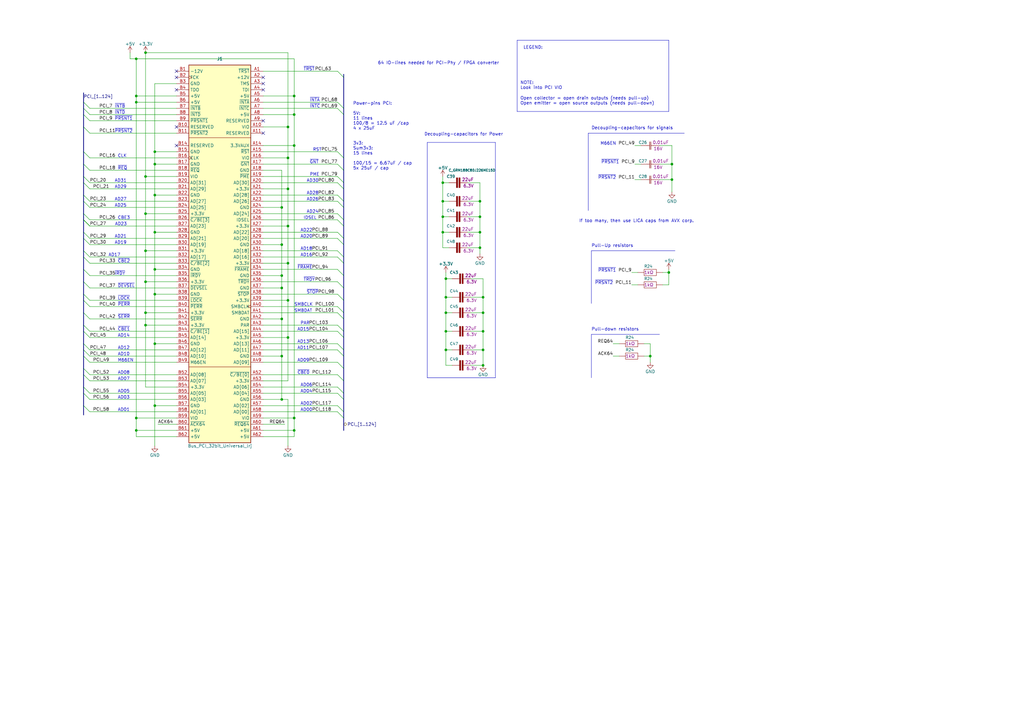
<source format=kicad_sch>
(kicad_sch (version 20230121) (generator eeschema)
  (paper "A3")
  (title_block (title "Open SVGA") (rev "0.14") (comment 1 "Copyright DoomN00b"))
  (junction (at 198.12 121.92))
  (junction (at 181.61 82.55))
  (junction (at 63.5 120.65))
  (junction (at 118.11 123.19))
  (junction (at 118.11 52.07))
  (junction (at 196.85 95.25))
  (junction (at 59.69 133.35))
  (junction (at 118.11 107.95))
  (junction (at 198.12 149.86))
  (junction (at 120.65 46.99))
  (junction (at 196.85 101.6))
  (junction (at 181.61 95.25))
  (junction (at 120.65 176.53))
  (junction (at 59.69 72.39))
  (junction (at 59.69 21.59))
  (junction (at 181.61 88.9))
  (junction (at 63.5 166.37))
  (junction (at 182.88 143.51))
  (junction (at 115.57 113.03))
  (junction (at 118.11 92.71))
  (junction (at 115.57 130.81))
  (junction (at 55.88 176.53))
  (junction (at 120.65 171.45))
  (junction (at 63.5 95.25))
  (junction (at 118.11 138.43))
  (junction (at 198.12 128.27))
  (junction (at 182.88 135.89))
  (junction (at 63.5 110.49))
  (junction (at 275.59 67.31))
  (junction (at 196.85 82.55))
  (junction (at 55.88 39.37))
  (junction (at 63.5 140.97))
  (junction (at 275.59 73.66))
  (junction (at 120.65 59.69))
  (junction (at 63.5 80.01))
  (junction (at 196.85 88.9))
  (junction (at 63.5 62.23))
  (junction (at 181.61 74.93))
  (junction (at 55.88 41.91))
  (junction (at 118.11 64.77))
  (junction (at 59.69 115.57))
  (junction (at 118.11 77.47))
  (junction (at 198.12 135.89))
  (junction (at 182.88 114.3))
  (junction (at 59.69 128.27))
  (junction (at 115.57 163.83))
  (junction (at 274.32 111.76))
  (junction (at 182.88 128.27))
  (junction (at 115.57 85.09))
  (junction (at 266.7 146.05))
  (junction (at 182.88 121.92))
  (junction (at 63.5 67.31))
  (junction (at 55.88 171.45))
  (junction (at 120.65 39.37))
  (junction (at 59.69 102.87))
  (junction (at 115.57 100.33))
  (junction (at 59.69 87.63))
  (junction (at 198.12 143.51))
  (junction (at 115.57 146.05))
  (junction (at 115.57 118.11))
  (junction (at 55.88 24.13))
  (no_connect (at 107.95 49.53))
  (no_connect (at 107.95 31.75))
  (no_connect (at 107.95 34.29))
  (no_connect (at 107.95 36.83))
  (no_connect (at 107.95 54.61))
  (no_connect (at 72.39 36.83))
  (no_connect (at 72.39 52.07))
  (no_connect (at 72.39 31.75))
  (no_connect (at 72.39 29.21))
  (no_connect (at 72.39 59.69))
  (bus_entry (at 36.83 146.05) (size -2.54 -2.54))
  (bus_entry (at 138.43 44.45) (size 2.54 2.54))
  (bus_entry (at 36.83 90.17) (size -2.54 -2.54))
  (bus_entry (at 138.43 90.17) (size 2.54 2.54))
  (bus_entry (at 34.29 67.31) (size 2.54 2.54))
  (bus_entry (at 36.83 92.71) (size -2.54 -2.54))
  (bus_entry (at 140.97 97.79) (size -2.54 -2.54))
  (bus_entry (at 36.83 163.83) (size -2.54 -2.54))
  (bus_entry (at 138.43 41.91) (size 2.54 2.54))
  (bus_entry (at 36.83 153.67) (size -2.54 -2.54))
  (bus_entry (at 36.83 138.43) (size -2.54 -2.54))
  (bus_entry (at 138.43 133.35) (size 2.54 2.54))
  (bus_entry (at 36.83 161.29) (size -2.54 -2.54))
  (bus_entry (at 36.83 125.73) (size -2.54 -2.54))
  (bus_entry (at 140.97 143.51) (size -2.54 -2.54))
  (bus_entry (at 34.29 97.79) (size 2.54 2.54))
  (bus_entry (at 34.29 46.99) (size 2.54 2.54))
  (bus_entry (at 36.83 92.71) (size -2.54 -2.54))
  (bus_entry (at 140.97 138.43) (size -2.54 -2.54))
  (bus_entry (at 36.83 143.51) (size -2.54 -2.54))
  (bus_entry (at 140.97 107.95) (size -2.54 -2.54))
  (bus_entry (at 34.29 72.39) (size 2.54 2.54))
  (bus_entry (at 140.97 171.45) (size -2.54 -2.54))
  (bus_entry (at 34.29 74.93) (size 2.54 2.54))
  (bus_entry (at 36.83 148.59) (size -2.54 -2.54))
  (bus_entry (at 34.29 44.45) (size 2.54 2.54))
  (bus_entry (at 140.97 82.55) (size -2.54 -2.54))
  (bus_entry (at 138.43 72.39) (size 2.54 2.54))
  (bus_entry (at 140.97 100.33) (size -2.54 -2.54))
  (bus_entry (at 140.97 77.47) (size -2.54 -2.54))
  (bus_entry (at 34.29 95.25) (size 2.54 2.54))
  (bus_entry (at 140.97 85.09) (size -2.54 -2.54))
  (bus_entry (at 138.43 67.31) (size 2.54 2.54))
  (bus_entry (at 36.83 113.03) (size -2.54 -2.54))
  (bus_entry (at 36.83 168.91) (size -2.54 -2.54))
  (bus_entry (at 140.97 90.17) (size -2.54 -2.54))
  (bus_entry (at 140.97 168.91) (size -2.54 -2.54))
  (bus_entry (at 140.97 163.83) (size -2.54 -2.54))
  (bus_entry (at 36.83 156.21) (size -2.54 -2.54))
  (bus_entry (at 34.29 105.41) (size 2.54 2.54))
  (bus_entry (at 138.43 29.21) (size 2.54 2.54))
  (bus_entry (at 138.43 153.67) (size 2.54 2.54))
  (bus_entry (at 36.83 85.09) (size -2.54 -2.54))
  (bus_entry (at 140.97 161.29) (size -2.54 -2.54))
  (bus_entry (at 140.97 146.05) (size -2.54 -2.54))
  (bus_entry (at 34.29 133.35) (size 2.54 2.54))
  (bus_entry (at 36.83 118.11) (size -2.54 -2.54))
  (bus_entry (at 138.43 62.23) (size 2.54 2.54))
  (bus_entry (at 34.29 102.87) (size 2.54 2.54))
  (bus_entry (at 138.43 110.49) (size 2.54 2.54))
  (bus_entry (at 36.83 82.55) (size -2.54 -2.54))
  (bus_entry (at 138.43 128.27) (size 2.54 2.54))
  (bus_entry (at 34.29 52.07) (size 2.54 2.54))
  (bus_entry (at 36.83 123.19) (size -2.54 -2.54))
  (bus_entry (at 138.43 125.73) (size 2.54 2.54))
  (bus_entry (at 138.43 115.57) (size 2.54 2.54))
  (bus_entry (at 36.83 130.81) (size -2.54 -2.54))
  (bus_entry (at 138.43 120.65) (size 2.54 2.54))
  (bus_entry (at 34.29 41.91) (size 2.54 2.54))
  (bus_entry (at 140.97 151.13) (size -2.54 -2.54))
  (bus_entry (at 34.29 62.23) (size 2.54 2.54))
  (bus_entry (at 140.97 105.41) (size -2.54 -2.54))
  (wire (pts (xy 72.39 120.65) (xy 63.5 120.65)))
  (wire (pts (xy 36.83 64.77) (xy 72.39 64.77)))
  (bus (pts (xy 140.97 90.17) (xy 140.97 92.71)))
  (wire (pts (xy 120.65 39.37) (xy 120.65 24.13)))
  (wire (pts (xy 107.95 133.35) (xy 138.43 133.35)))
  (wire (pts (xy 72.39 67.31) (xy 63.5 67.31)))
  (wire (pts (xy 72.39 77.47) (xy 36.83 77.47)))
  (wire (pts (xy 118.11 21.59) (xy 118.11 52.07)))
  (wire (pts (xy 36.83 135.89) (xy 72.39 135.89)))
  (wire (pts (xy 181.61 95.25) (xy 184.15 95.25)))
  (bus (pts (xy 34.29 52.07) (xy 34.29 62.23)))
  (wire (pts (xy 181.61 88.9) (xy 181.61 95.25)))
  (wire (pts (xy 275.59 78.74) (xy 275.59 73.66)))
  (wire (pts (xy 251.46 140.97) (xy 254 140.97)))
  (wire (pts (xy 36.83 90.17) (xy 72.39 90.17)))
  (wire (pts (xy 107.95 148.59) (xy 138.43 148.59)))
  (wire (pts (xy 107.95 44.45) (xy 138.43 44.45)))
  (wire (pts (xy 72.39 97.79) (xy 36.83 97.79)))
  (wire (pts (xy 36.83 69.85) (xy 72.39 69.85)))
  (wire (pts (xy 59.69 102.87) (xy 59.69 115.57)))
  (wire (pts (xy 36.83 49.53) (xy 72.39 49.53)))
  (wire (pts (xy 118.11 52.07) (xy 118.11 64.77)))
  (wire (pts (xy 36.83 113.03) (xy 72.39 113.03)))
  (wire (pts (xy 107.95 125.73) (xy 138.43 125.73)))
  (bus (pts (xy 34.29 67.31) (xy 34.29 72.39)))
  (wire (pts (xy 266.7 146.05) (xy 266.7 148.59)))
  (wire (pts (xy 107.95 52.07) (xy 118.11 52.07)))
  (wire (pts (xy 55.88 24.13) (xy 55.88 39.37)))
  (bus (pts (xy 140.97 161.29) (xy 140.97 163.83)))
  (wire (pts (xy 107.95 82.55) (xy 138.43 82.55)))
  (wire (pts (xy 181.61 88.9) (xy 184.15 88.9)))
  (wire (pts (xy 59.69 87.63) (xy 72.39 87.63)))
  (wire (pts (xy 270.51 67.31) (xy 275.59 67.31)))
  (wire (pts (xy 107.95 69.85) (xy 115.57 69.85)))
  (wire (pts (xy 196.85 74.93) (xy 196.85 82.55)))
  (bus (pts (xy 140.97 31.75) (xy 140.97 44.45)))
  (wire (pts (xy 107.95 161.29) (xy 138.43 161.29)))
  (wire (pts (xy 72.39 80.01) (xy 63.5 80.01)))
  (wire (pts (xy 120.65 46.99) (xy 120.65 39.37)))
  (bus (pts (xy 140.97 82.55) (xy 140.97 85.09)))
  (wire (pts (xy 72.39 153.67) (xy 36.83 153.67)))
  (wire (pts (xy 107.95 168.91) (xy 138.43 168.91)))
  (bus (pts (xy 140.97 151.13) (xy 140.97 156.21)))
  (wire (pts (xy 107.95 113.03) (xy 115.57 113.03)))
  (bus (pts (xy 140.97 146.05) (xy 140.97 151.13)))
  (wire (pts (xy 181.61 82.55) (xy 181.61 88.9)))
  (wire (pts (xy 107.95 146.05) (xy 115.57 146.05)))
  (wire (pts (xy 107.95 176.53) (xy 120.65 176.53)))
  (wire (pts (xy 107.95 107.95) (xy 118.11 107.95)))
  (wire (pts (xy 120.65 59.69) (xy 120.65 171.45)))
  (bus (pts (xy 140.97 105.41) (xy 140.97 107.95)))
  (wire (pts (xy 107.95 90.17) (xy 138.43 90.17)))
  (wire (pts (xy 107.95 171.45) (xy 120.65 171.45)))
  (wire (pts (xy 118.11 138.43) (xy 118.11 156.21)))
  (wire (pts (xy 259.08 116.84) (xy 261.62 116.84)))
  (wire (pts (xy 115.57 85.09) (xy 115.57 69.85)))
  (wire (pts (xy 198.12 143.51) (xy 198.12 149.86)))
  (wire (pts (xy 120.65 179.07) (xy 120.65 176.53)))
  (wire (pts (xy 107.95 158.75) (xy 138.43 158.75)))
  (wire (pts (xy 274.32 111.76) (xy 271.78 111.76)))
  (wire (pts (xy 63.5 80.01) (xy 63.5 95.25)))
  (wire (pts (xy 196.85 88.9) (xy 196.85 95.25)))
  (wire (pts (xy 72.39 82.55) (xy 36.83 82.55)))
  (wire (pts (xy 191.77 101.6) (xy 196.85 101.6)))
  (wire (pts (xy 72.39 166.37) (xy 63.5 166.37)))
  (wire (pts (xy 107.95 41.91) (xy 138.43 41.91)))
  (wire (pts (xy 63.5 67.31) (xy 63.5 80.01)))
  (wire (pts (xy 181.61 74.93) (xy 181.61 82.55)))
  (bus (pts (xy 34.29 90.17) (xy 34.29 95.25)))
  (wire (pts (xy 182.88 135.89) (xy 185.42 135.89)))
  (bus (pts (xy 140.97 30.48) (xy 140.97 31.75)))
  (wire (pts (xy 72.39 163.83) (xy 36.83 163.83)))
  (wire (pts (xy 266.7 140.97) (xy 266.7 146.05)))
  (wire (pts (xy 182.88 143.51) (xy 182.88 149.86)))
  (wire (pts (xy 182.88 135.89) (xy 182.88 143.51)))
  (wire (pts (xy 182.88 121.92) (xy 185.42 121.92)))
  (bus (pts (xy 34.29 105.41) (xy 34.29 110.49)))
  (bus (pts (xy 140.97 100.33) (xy 140.97 105.41)))
  (bus (pts (xy 34.29 82.55) (xy 34.29 87.63)))
  (wire (pts (xy 63.5 140.97) (xy 63.5 166.37)))
  (wire (pts (xy 36.83 123.19) (xy 72.39 123.19)))
  (wire (pts (xy 107.95 102.87) (xy 138.43 102.87)))
  (wire (pts (xy 63.5 95.25) (xy 63.5 110.49)))
  (wire (pts (xy 182.88 121.92) (xy 182.88 128.27)))
  (wire (pts (xy 275.59 67.31) (xy 275.59 73.66)))
  (wire (pts (xy 63.5 166.37) (xy 63.5 182.88)))
  (bus (pts (xy 140.97 107.95) (xy 140.97 113.03)))
  (wire (pts (xy 59.69 128.27) (xy 72.39 128.27)))
  (bus (pts (xy 140.97 143.51) (xy 140.97 146.05)))
  (bus (pts (xy 140.97 92.71) (xy 140.97 97.79)))
  (wire (pts (xy 118.11 163.83) (xy 118.11 182.88)))
  (polyline (pts (xy 280.67 54.61) (xy 241.3 54.61)))
  (wire (pts (xy 115.57 146.05) (xy 115.57 163.83)))
  (wire (pts (xy 72.39 161.29) (xy 36.83 161.29)))
  (wire (pts (xy 107.95 153.67) (xy 138.43 153.67)))
  (wire (pts (xy 270.51 73.66) (xy 275.59 73.66)))
  (bus (pts (xy 140.97 171.45) (xy 140.97 176.53)))
  (wire (pts (xy 36.83 44.45) (xy 72.39 44.45)))
  (wire (pts (xy 107.95 29.21) (xy 138.43 29.21)))
  (wire (pts (xy 118.11 64.77) (xy 118.11 77.47)))
  (bus (pts (xy 34.29 146.05) (xy 34.29 151.13)))
  (wire (pts (xy 181.61 72.39) (xy 181.61 74.93)))
  (wire (pts (xy 198.12 135.89) (xy 198.12 143.51)))
  (wire (pts (xy 193.04 149.86) (xy 198.12 149.86)))
  (bus (pts (xy 34.29 123.19) (xy 34.29 128.27)))
  (bus (pts (xy 34.29 62.23) (xy 34.29 67.31)))
  (polyline (pts (xy 274.32 16.51) (xy 274.32 45.72)))
  (bus (pts (xy 34.29 153.67) (xy 34.29 158.75)))
  (bus (pts (xy 140.97 128.27) (xy 140.97 130.81)))
  (bus (pts (xy 140.97 64.77) (xy 140.97 69.85)))
  (bus (pts (xy 140.97 113.03) (xy 140.97 118.11)))
  (wire (pts (xy 107.95 74.93) (xy 138.43 74.93)))
  (polyline (pts (xy 274.32 45.72) (xy 212.09 45.72)))
  (wire (pts (xy 59.69 158.75) (xy 72.39 158.75)))
  (bus (pts (xy 34.29 158.75) (xy 34.29 161.29)))
  (wire (pts (xy 107.95 166.37) (xy 138.43 166.37)))
  (wire (pts (xy 107.95 46.99) (xy 120.65 46.99)))
  (bus (pts (xy 34.29 44.45) (xy 34.29 46.99)))
  (wire (pts (xy 72.39 62.23) (xy 63.5 62.23)))
  (polyline (pts (xy 242.57 137.16) (xy 242.57 154.94)))
  (wire (pts (xy 59.69 21.59) (xy 59.69 72.39)))
  (wire (pts (xy 72.39 72.39) (xy 59.69 72.39)))
  (wire (pts (xy 274.32 111.76) (xy 274.32 116.84)))
  (wire (pts (xy 63.5 110.49) (xy 63.5 120.65)))
  (wire (pts (xy 275.59 59.69) (xy 275.59 67.31)))
  (wire (pts (xy 72.39 130.81) (xy 36.83 130.81)))
  (wire (pts (xy 107.95 135.89) (xy 138.43 135.89)))
  (bus (pts (xy 34.29 166.37) (xy 34.29 170.18)))
  (wire (pts (xy 107.95 138.43) (xy 118.11 138.43)))
  (bus (pts (xy 34.29 74.93) (xy 34.29 80.01)))
  (wire (pts (xy 59.69 133.35) (xy 59.69 158.75)))
  (polyline (pts (xy 212.09 45.72) (xy 212.09 16.51)))
  (wire (pts (xy 107.95 110.49) (xy 138.43 110.49)))
  (wire (pts (xy 262.89 67.31) (xy 260.35 67.31)))
  (wire (pts (xy 115.57 118.11) (xy 115.57 130.81)))
  (polyline (pts (xy 203.2 58.42) (xy 203.2 154.94)))
  (bus (pts (xy 34.29 128.27) (xy 34.29 133.35)))
  (wire (pts (xy 59.69 87.63) (xy 59.69 102.87)))
  (wire (pts (xy 36.83 105.41) (xy 72.39 105.41)))
  (wire (pts (xy 118.11 123.19) (xy 118.11 107.95)))
  (wire (pts (xy 72.39 168.91) (xy 36.83 168.91)))
  (bus (pts (xy 34.29 135.89) (xy 34.29 140.97)))
  (wire (pts (xy 59.69 128.27) (xy 59.69 133.35)))
  (wire (pts (xy 107.95 85.09) (xy 115.57 85.09)))
  (wire (pts (xy 266.7 140.97) (xy 264.16 140.97)))
  (wire (pts (xy 107.95 64.77) (xy 118.11 64.77)))
  (wire (pts (xy 182.88 114.3) (xy 185.42 114.3)))
  (bus (pts (xy 34.29 97.79) (xy 34.29 102.87)))
  (wire (pts (xy 107.95 179.07) (xy 120.65 179.07)))
  (bus (pts (xy 140.97 130.81) (xy 140.97 135.89)))
  (wire (pts (xy 191.77 95.25) (xy 196.85 95.25)))
  (wire (pts (xy 107.95 130.81) (xy 115.57 130.81)))
  (wire (pts (xy 107.95 115.57) (xy 138.43 115.57)))
  (bus (pts (xy 34.29 140.97) (xy 34.29 143.51)))
  (wire (pts (xy 72.39 34.29) (xy 63.5 34.29)))
  (wire (pts (xy 107.95 173.99) (xy 116.84 173.99)))
  (bus (pts (xy 34.29 143.51) (xy 34.29 146.05)))
  (wire (pts (xy 59.69 21.59) (xy 118.11 21.59)))
  (wire (pts (xy 118.11 107.95) (xy 118.11 92.71)))
  (wire (pts (xy 64.77 173.99) (xy 72.39 173.99)))
  (wire (pts (xy 181.61 101.6) (xy 184.15 101.6)))
  (wire (pts (xy 72.39 140.97) (xy 63.5 140.97)))
  (bus (pts (xy 140.97 97.79) (xy 140.97 100.33)))
  (polyline (pts (xy 242.57 102.87) (xy 242.57 124.46)))
  (wire (pts (xy 115.57 113.03) (xy 115.57 118.11)))
  (bus (pts (xy 34.29 38.1) (xy 34.29 41.91)))
  (wire (pts (xy 72.39 179.07) (xy 55.88 179.07)))
  (bus (pts (xy 34.29 95.25) (xy 34.29 97.79)))
  (wire (pts (xy 274.32 116.84) (xy 271.78 116.84)))
  (wire (pts (xy 107.95 140.97) (xy 138.43 140.97)))
  (wire (pts (xy 36.83 92.71) (xy 72.39 92.71)))
  (wire (pts (xy 193.04 114.3) (xy 198.12 114.3)))
  (bus (pts (xy 140.97 118.11) (xy 140.97 123.19)))
  (wire (pts (xy 120.65 46.99) (xy 120.65 59.69)))
  (wire (pts (xy 53.34 21.59) (xy 53.34 24.13)))
  (wire (pts (xy 274.32 110.49) (xy 274.32 111.76)))
  (wire (pts (xy 36.83 46.99) (xy 72.39 46.99)))
  (wire (pts (xy 198.12 121.92) (xy 198.12 128.27)))
  (wire (pts (xy 55.88 171.45) (xy 55.88 176.53)))
  (polyline (pts (xy 241.3 54.61) (xy 241.3 86.36)))
  (wire (pts (xy 63.5 62.23) (xy 63.5 67.31)))
  (wire (pts (xy 193.04 128.27) (xy 198.12 128.27)))
  (bus (pts (xy 140.97 138.43) (xy 140.97 143.51)))
  (wire (pts (xy 72.39 74.93) (xy 36.83 74.93)))
  (wire (pts (xy 59.69 115.57) (xy 72.39 115.57)))
  (polyline (pts (xy 212.09 16.51) (xy 274.32 16.51)))
  (wire (pts (xy 182.88 114.3) (xy 182.88 121.92)))
  (wire (pts (xy 107.95 123.19) (xy 118.11 123.19)))
  (wire (pts (xy 193.04 135.89) (xy 198.12 135.89)))
  (wire (pts (xy 262.89 59.69) (xy 260.35 59.69)))
  (bus (pts (xy 140.97 46.99) (xy 140.97 64.77)))
  (wire (pts (xy 59.69 115.57) (xy 59.69 128.27)))
  (wire (pts (xy 270.51 59.69) (xy 275.59 59.69)))
  (wire (pts (xy 193.04 143.51) (xy 198.12 143.51)))
  (wire (pts (xy 196.85 101.6) (xy 196.85 104.14)))
  (polyline (pts (xy 270.51 137.16) (xy 242.57 137.16)))
  (wire (pts (xy 118.11 77.47) (xy 118.11 92.71)))
  (bus (pts (xy 34.29 133.35) (xy 34.29 135.89)))
  (wire (pts (xy 196.85 95.25) (xy 196.85 101.6)))
  (bus (pts (xy 34.29 87.63) (xy 34.29 90.17)))
  (wire (pts (xy 72.39 133.35) (xy 59.69 133.35)))
  (bus (pts (xy 34.29 110.49) (xy 34.29 115.57)))
  (wire (pts (xy 182.88 128.27) (xy 185.42 128.27)))
  (bus (pts (xy 34.29 46.99) (xy 34.29 52.07)))
  (wire (pts (xy 55.88 176.53) (xy 55.88 179.07)))
  (wire (pts (xy 72.39 143.51) (xy 36.83 143.51)))
  (bus (pts (xy 140.97 163.83) (xy 140.97 168.91)))
  (wire (pts (xy 198.12 114.3) (xy 198.12 121.92)))
  (wire (pts (xy 259.08 111.76) (xy 261.62 111.76)))
  (wire (pts (xy 36.83 54.61) (xy 72.39 54.61)))
  (wire (pts (xy 72.39 110.49) (xy 63.5 110.49)))
  (wire (pts (xy 191.77 82.55) (xy 196.85 82.55)))
  (bus (pts (xy 34.29 161.29) (xy 34.29 166.37)))
  (bus (pts (xy 34.29 41.91) (xy 34.29 44.45)))
  (wire (pts (xy 260.35 73.66) (xy 262.89 73.66)))
  (polyline (pts (xy 203.2 154.94) (xy 175.26 154.94)))
  (wire (pts (xy 36.83 118.11) (xy 72.39 118.11)))
  (polyline (pts (xy 276.86 102.87) (xy 242.57 102.87)))
  (wire (pts (xy 72.39 85.09) (xy 36.83 85.09)))
  (bus (pts (xy 140.97 135.89) (xy 140.97 138.43)))
  (wire (pts (xy 107.95 80.01) (xy 138.43 80.01)))
  (wire (pts (xy 181.61 95.25) (xy 181.61 101.6)))
  (wire (pts (xy 107.95 87.63) (xy 138.43 87.63)))
  (wire (pts (xy 182.88 128.27) (xy 182.88 135.89)))
  (wire (pts (xy 120.65 171.45) (xy 120.65 176.53)))
  (bus (pts (xy 140.97 168.91) (xy 140.97 171.45)))
  (polyline (pts (xy 203.2 58.42) (xy 175.26 58.42)))
  (wire (pts (xy 55.88 176.53) (xy 72.39 176.53)))
  (wire (pts (xy 182.88 111.76) (xy 182.88 114.3)))
  (wire (pts (xy 55.88 39.37) (xy 55.88 41.91)))
  (wire (pts (xy 72.39 171.45) (xy 55.88 171.45)))
  (wire (pts (xy 107.95 128.27) (xy 138.43 128.27)))
  (wire (pts (xy 63.5 120.65) (xy 63.5 140.97)))
  (wire (pts (xy 36.83 125.73) (xy 72.39 125.73)))
  (wire (pts (xy 196.85 82.55) (xy 196.85 88.9)))
  (bus (pts (xy 34.29 80.01) (xy 34.29 82.55)))
  (wire (pts (xy 107.95 72.39) (xy 138.43 72.39)))
  (polyline (pts (xy 175.26 58.42) (xy 175.26 154.94)))
  (wire (pts (xy 107.95 156.21) (xy 118.11 156.21)))
  (wire (pts (xy 72.39 146.05) (xy 36.83 146.05)))
  (wire (pts (xy 72.39 138.43) (xy 36.83 138.43)))
  (wire (pts (xy 63.5 34.29) (xy 63.5 62.23)))
  (wire (pts (xy 107.95 143.51) (xy 138.43 143.51)))
  (wire (pts (xy 115.57 100.33) (xy 115.57 113.03)))
  (wire (pts (xy 107.95 77.47) (xy 118.11 77.47)))
  (wire (pts (xy 185.42 149.86) (xy 182.88 149.86)))
  (bus (pts (xy 140.97 85.09) (xy 140.97 90.17)))
  (wire (pts (xy 115.57 130.81) (xy 115.57 146.05)))
  (wire (pts (xy 115.57 85.09) (xy 115.57 100.33)))
  (wire (pts (xy 191.77 88.9) (xy 196.85 88.9)))
  (bus (pts (xy 140.97 74.93) (xy 140.97 77.47)))
  (wire (pts (xy 55.88 24.13) (xy 120.65 24.13)))
  (wire (pts (xy 36.83 156.21) (xy 72.39 156.21)))
  (wire (pts (xy 107.95 105.41) (xy 138.43 105.41)))
  (wire (pts (xy 72.39 95.25) (xy 63.5 95.25)))
  (wire (pts (xy 193.04 121.92) (xy 198.12 121.92)))
  (wire (pts (xy 107.95 118.11) (xy 115.57 118.11)))
  (wire (pts (xy 107.95 95.25) (xy 138.43 95.25)))
  (wire (pts (xy 55.88 41.91) (xy 72.39 41.91)))
  (bus (pts (xy 140.97 77.47) (xy 140.97 82.55)))
  (bus (pts (xy 34.29 115.57) (xy 34.29 120.65)))
  (bus (pts (xy 34.29 120.65) (xy 34.29 123.19)))
  (wire (pts (xy 72.39 39.37) (xy 55.88 39.37)))
  (wire (pts (xy 107.95 100.33) (xy 115.57 100.33)))
  (wire (pts (xy 107.95 97.79) (xy 138.43 97.79)))
  (wire (pts (xy 107.95 62.23) (xy 138.43 62.23)))
  (wire (pts (xy 72.39 100.33) (xy 36.83 100.33)))
  (bus (pts (xy 34.29 72.39) (xy 34.29 74.93)))
  (wire (pts (xy 107.95 59.69) (xy 120.65 59.69)))
  (wire (pts (xy 198.12 128.27) (xy 198.12 135.89)))
  (wire (pts (xy 264.16 146.05) (xy 266.7 146.05)))
  (wire (pts (xy 36.83 107.95) (xy 72.39 107.95)))
  (wire (pts (xy 107.95 120.65) (xy 138.43 120.65)))
  (bus (pts (xy 140.97 123.19) (xy 140.97 128.27)))
  (wire (pts (xy 118.11 138.43) (xy 118.11 123.19)))
  (wire (pts (xy 251.46 146.05) (xy 254 146.05)))
  (wire (pts (xy 107.95 92.71) (xy 118.11 92.71)))
  (bus (pts (xy 140.97 156.21) (xy 140.97 161.29)))
  (wire (pts (xy 181.61 74.93) (xy 184.15 74.93)))
  (bus (pts (xy 140.97 44.45) (xy 140.97 46.99)))
  (wire (pts (xy 115.57 163.83) (xy 118.11 163.83)))
  (wire (pts (xy 185.42 143.51) (xy 182.88 143.51)))
  (wire (pts (xy 53.34 24.13) (xy 55.88 24.13)))
  (wire (pts (xy 107.95 67.31) (xy 138.43 67.31)))
  (wire (pts (xy 59.69 72.39) (xy 59.69 87.63)))
  (wire (pts (xy 181.61 82.55) (xy 184.15 82.55)))
  (wire (pts (xy 107.95 39.37) (xy 120.65 39.37)))
  (bus (pts (xy 140.97 69.85) (xy 140.97 74.93)))
  (wire (pts (xy 72.39 102.87) (xy 59.69 102.87)))
  (wire (pts (xy 36.83 148.59) (xy 72.39 148.59)))
  (wire (pts (xy 107.95 163.83) (xy 115.57 163.83)))
  (wire (pts (xy 55.88 41.91) (xy 55.88 171.45)))
  (bus (pts (xy 34.29 151.13) (xy 34.29 153.67)))
  (wire (pts (xy 191.77 74.93) (xy 196.85 74.93)))
  (bus (pts (xy 34.29 102.87) (xy 34.29 105.41)))
  (text "~{PERR}" (at 48.26 125.73 0) (effects (font (size 1.27 1.27)) (justify left bottom)))
  (text "~{CBE1}" (at 48.26 135.89 0) (effects (font (size 1.27 1.27)) (justify left bottom)))
  (text "~{INTA}" (at 127 41.91 0) (effects (font (size 1.27 1.27)) (justify left bottom)))
  (text "AD00" (at 123.19 168.91 0) (effects (font (size 1.27 1.27)) (justify left bottom)))
  (text "AD04" (at 123.19 161.29 0) (effects (font (size 1.27 1.27)) (justify left bottom)))
  (text "~{PRSNT2}" (at 46.99 54.61 0) (effects (font (size 1.27 1.27)) (justify left bottom)))
  (text "~{CBE0}" (at 121.92 153.67 0) (effects (font (size 1.27 1.27)) (justify left bottom)))
  (text "~{PRSNT1}" (at 252.73 111.76 0) (effects (font (size 1.27 1.27)) (justify right bottom)))
  (text "LEGEND:" (at 214.63 20.32 0) (effects (font (size 1.27 1.27)) (justify left bottom)))
  (text "~{LOCK}" (at 48.26 123.19 0) (effects (font (size 1.27 1.27)) (justify left bottom)))
  (text "AD10" (at 48.26 146.05 0) (effects (font (size 1.27 1.27)) (justify left bottom)))
  (text "AD02" (at 123.19 166.37 0) (effects (font (size 1.27 1.27)) (justify left bottom)))
  (text "M66EN" (at 252.73 59.69 0) (effects (font (size 1.27 1.27)) (justify right bottom)))
  (text "~{PRSNT1}" (at 46.99 49.53 0) (effects (font (size 1.27 1.27)) (justify left bottom)))
  (text "~{IRDY}" (at 46.99 113.03 0) (effects (font (size 1.27 1.27)) (justify left bottom)))
  (text "PAR" (at 123.19 133.35 0) (effects (font (size 1.27 1.27)) (justify left bottom)))
  (text "AD09" (at 121.92 148.59 0) (effects (font (size 1.27 1.27)) (justify left bottom)))
  (text "If too many, then use LICA caps from AVX corp." (at 237.49 91.44 0) (effects (font (size 1.27 1.27)) (justify left bottom)))
  (text "AD18" (at 123.19 102.87 0) (effects (font (size 1.27 1.27)) (justify left bottom)))
  (text "AD14" (at 48.26 138.43 0) (effects (font (size 1.27 1.27)) (justify left bottom)))
  (text "~{SERR}" (at 48.26 130.81 0) (effects (font (size 1.27 1.27)) (justify left bottom)))
  (text "AD30" (at 125.73 74.93 0) (effects (font (size 1.27 1.27)) (justify left bottom)))
  (text "AD13" (at 121.92 140.97 0) (effects (font (size 1.27 1.27)) (justify left bottom)))
  (text "AD16" (at 123.19 105.41 0) (effects (font (size 1.27 1.27)) (justify left bottom)))
  (text "AD24" (at 125.73 87.63 0) (effects (font (size 1.27 1.27)) (justify left bottom)))
  (text "Open collector = open drain outputs (needs pull-up)\nOpen emitter = open source outputs (needs pull-down)" (at 213.36 43.18 0) (effects (font (size 1.27 1.27)) (justify left bottom)))
  (text "IDSEL" (at 124.46 90.17 0) (effects (font (size 1.27 1.27)) (justify left bottom)))
  (text "~{PRSNT1}" (at 254 67.31 0) (effects (font (size 1.27 1.27)) (justify right bottom)))
  (text "AD31" (at 46.99 74.93 0) (effects (font (size 1.27 1.27)) (justify left bottom)))
  (text "AD29" (at 46.99 77.47 0) (effects (font (size 1.27 1.27)) (justify left bottom)))
  (text "AD03" (at 48.26 163.83 0) (effects (font (size 1.27 1.27)) (justify left bottom)))
  (text "~{INTC}" (at 127 44.45 0) (effects (font (size 1.27 1.27)) (justify left bottom)))
  (text "CBE3" (at 48.26 90.17 0) (effects (font (size 1.27 1.27)) (justify left bottom)))
  (text "~{PRSNT2}" (at 251.46 116.84 0) (effects (font (size 1.27 1.27)) (justify right bottom)))
  (text "Pull-Up resistors" (at 242.57 101.6 0) (effects (font (size 1.27 1.27)) (justify left bottom)))
  (text "64 IO-lines needed for PCI-Phy / FPGA converter" (at 154.94 26.67 0) (effects (font (size 1.27 1.27)) (justify left bottom)))
  (text "AD01" (at 48.26 168.91 0) (effects (font (size 1.27 1.27)) (justify left bottom)))
  (text "~{STOP}" (at 125.73 120.65 0) (effects (font (size 1.27 1.27)) (justify left bottom)))
  (text "PME" (at 127 72.39 0) (effects (font (size 1.27 1.27)) (justify left bottom)))
  (text "AD28" (at 125.73 80.01 0) (effects (font (size 1.27 1.27)) (justify left bottom)))
  (text "AD22" (at 123.19 95.25 0) (effects (font (size 1.27 1.27)) (justify left bottom)))
  (text "AD27" (at 46.99 82.55 0) (effects (font (size 1.27 1.27)) (justify left bottom)))
  (text "~{TRST}" (at 124.46 29.21 0) (effects (font (size 1.27 1.27)) (justify left bottom)))
  (text "AD07" (at 48.26 156.21 0) (effects (font (size 1.27 1.27)) (justify left bottom)))
  (text "AD21" (at 46.99 97.79 0) (effects (font (size 1.27 1.27)) (justify left bottom)))
  (text "~{TRDY}" (at 124.46 115.57 0) (effects (font (size 1.27 1.27)) (justify left bottom)))
  (text "~{PRSNT2}" (at 252.73 73.66 0) (effects (font (size 1.27 1.27)) (justify right bottom)))
  (text "SMBCLK" (at 120.65 125.73 0) (effects (font (size 1.27 1.27)) (justify left bottom)))
  (text "NOTE:\nLook into PCI VIO" (at 213.36 36.83 0) (effects (font (size 1.27 1.27)) (justify left bottom)))
  (text "AD11" (at 121.92 143.51 0) (effects (font (size 1.27 1.27)) (justify left bottom)))
  (text "~{CBE2}" (at 48.26 107.95 0) (effects (font (size 1.27 1.27)) (justify left bottom)))
  (text "M66EN" (at 48.26 148.59 0) (effects (font (size 1.27 1.27)) (justify left bottom)))
  (text "AD17" (at 44.45 105.41 0) (effects (font (size 1.27 1.27)) (justify left bottom)))
  (text "AD23" (at 52.07 92.71 0) (effects (font (size 1.27 1.27)) (justify right bottom)))
  (text "AD06" (at 123.19 158.75 0) (effects (font (size 1.27 1.27)) (justify left bottom)))
  (text "AD05" (at 48.26 161.29 0) (effects (font (size 1.27 1.27)) (justify left bottom)))
  (text "Power-pins PCI:\n\n5V: \n11 lines\n100/8 = 12.5 uF /cap\n4 x 25uF\n\n\n3v3:\nSum3v3: \n15 lines\n\n100/15 = 6.67uF / cap\n5x 25uF / cap\n" (at 144.78 69.85 0) (effects (font (size 1.27 1.27)) (justify left bottom)))
  (text "Pull-down resistors" (at 242.57 135.89 0) (effects (font (size 1.27 1.27)) (justify left bottom)))
  (text "AD08" (at 48.26 153.67 0) (effects (font (size 1.27 1.27)) (justify left bottom)))
  (text "RST" (at 128.27 62.23 0) (effects (font (size 1.27 1.27)) (justify left bottom)))
  (text "~{INTB}" (at 46.99 44.45 0) (effects (font (size 1.27 1.27)) (justify left bottom)))
  (text "~{REQ}" (at 48.26 69.85 0) (effects (font (size 1.27 1.27)) (justify left bottom)))
  (text "~{INTD}" (at 46.99 46.99 0) (effects (font (size 1.27 1.27)) (justify left bottom)))
  (text "AD20" (at 123.19 97.79 0) (effects (font (size 1.27 1.27)) (justify left bottom)))
  (text "~{DEVSEL}" (at 48.26 118.11 0) (effects (font (size 1.27 1.27)) (justify left bottom)))
  (text "SMBDAT" (at 120.65 128.27 0) (effects (font (size 1.27 1.27)) (justify left bottom)))
  (text "~{GNT}" (at 127 67.31 0) (effects (font (size 1.27 1.27)) (justify left bottom)))
  (text "AD26" (at 125.73 82.55 0) (effects (font (size 1.27 1.27)) (justify left bottom)))
  (text "Decoupling-capacitors for signals" (at 242.57 53.34 0) (effects (font (size 1.27 1.27)) (justify left bottom)))
  (text "CLK" (at 48.26 64.77 0) (effects (font (size 1.27 1.27)) (justify left bottom)))
  (text "AD12" (at 48.26 143.51 0) (effects (font (size 1.27 1.27)) (justify left bottom)))
  (text "AD19" (at 46.99 100.33 0) (effects (font (size 1.27 1.27)) (justify left bottom)))
  (text "AD15" (at 121.92 135.89 0) (effects (font (size 1.27 1.27)) (justify left bottom)))
  (text "AD25" (at 46.99 85.09 0) (effects (font (size 1.27 1.27)) (justify left bottom)))
  (text "~{FRAME}" (at 121.92 110.49 0) (effects (font (size 1.27 1.27)) (justify left bottom)))
  (text "Decoupling-capacitors for Power" (at 173.99 55.88 0) (effects (font (size 1.27 1.27)) (justify left bottom)))
  (label "PCI_104" (at 134.62 135.89 180))
  (label "PCI_115" (at 135.89 161.29 180))
  (label "PCI_7" (at 40.64 44.45 0))
  (label "PCI_80" (at 137.16 74.93 180))
  (label "PCI_26" (at 40.64 90.17 0))
  (label "PCI_33" (at 40.64 107.95 0))
  (label "PCI_27" (at 36.83 92.71 0))
  (label "PCI_83" (at 137.16 82.55 180))
  (label "PCI_118" (at 135.89 168.91 180))
  (label "PCI_86" (at 137.16 90.17 180))
  (label "PCI_11" (at 260.35 73.66 180))
  (label "PCI_91" (at 134.62 102.87 180))
  (label "PCI_55" (at 38.1 161.29 0))
  (label "PCI_16" (at 40.64 64.77 0))
  (label "PCI_92" (at 134.62 105.41 180))
  (label "PCI_40" (at 40.64 125.73 0))
  (label "PCI_94" (at 134.62 110.49 180))
  (label "REQ64" (at 251.46 140.97 180))
  (label "PCI_107" (at 134.62 143.51 180))
  (label "PCI_20" (at 36.83 74.93 0))
  (label "PCI_18" (at 40.64 69.85 0))
  (label "PCI_9" (at 260.35 67.31 180))
  (label "PCI_44" (at 40.64 135.89 0))
  (label "PCI_100" (at 137.16 125.73 180))
  (label "PCI_35" (at 40.64 113.03 0))
  (label "PCI_114" (at 135.89 158.75 180))
  (label "PCI_29" (at 36.83 97.79 0))
  (label "PCI_48" (at 36.83 146.05 0))
  (label "PCI_52" (at 38.1 153.67 0))
  (label "ACK64" (at 64.77 173.99 0))
  (label "PCI_117" (at 135.89 166.37 180))
  (label "PCI_63" (at 135.89 29.21 180))
  (label "PCI_45" (at 36.83 138.43 0))
  (label "PCI_49" (at 260.35 59.69 180))
  (label "PCI_56" (at 38.1 163.83 0))
  (label "PCI_39" (at 40.64 123.19 0))
  (label "PCI_32" (at 36.83 105.41 0))
  (label "PCI_88" (at 134.62 95.25 180))
  (label "PCI_85" (at 137.16 87.63 180))
  (label "PCI_112" (at 135.89 153.67 180))
  (label "PCI_11" (at 40.64 54.61 0))
  (label "PCI_53" (at 38.1 156.21 0))
  (label "PCI_23" (at 36.83 82.55 0))
  (label "PCI_79" (at 138.43 72.39 180))
  (label "PCI_103" (at 134.62 133.35 180))
  (label "PCI_30" (at 36.83 100.33 0))
  (label "PCI_9" (at 259.08 111.76 180))
  (label "PCI_69" (at 138.43 44.45 180))
  (label "PCI_21" (at 38.1 77.47 0))
  (label "PCI_24" (at 36.83 85.09 0))
  (label "PCI_11" (at 259.08 116.84 180))
  (label "PCI_101" (at 137.16 128.27 180))
  (label "PCI_96" (at 135.89 115.57 180))
  (label "PCI_8" (at 40.64 46.99 0))
  (label "PCI_[1..124]" (at 34.29 40.64 0))
  (label "PCI_106" (at 134.62 140.97 180))
  (label "PCI_82" (at 137.16 80.01 180))
  (label "PCI_9" (at 40.64 49.53 0))
  (label "PCI_37" (at 40.64 118.11 0))
  (label "PCI_75" (at 138.43 62.23 180))
  (label "PCI_98" (at 137.16 120.65 180))
  (label "PCI_47" (at 36.83 143.51 0))
  (label "PCI_58" (at 38.1 168.91 0))
  (label "ACK64" (at 251.46 146.05 180))
  (label "PCI_42" (at 40.64 130.81 0))
  (label "PCI_77" (at 138.43 67.31 180))
  (label "PCI_89" (at 134.62 97.79 180))
  (label "REQ64" (at 116.84 173.99 180))
  (label "PCI_49" (at 38.1 148.59 0))
  (label "PCI_68" (at 138.43 41.91 180))
  (label "PCI_109" (at 134.62 148.59 180))
  (hierarchical_label "PCI_[1..124]" (shape bidirectional) (at 140.97 173.99 0))
  (symbol (lib_id "power:GND") (at 63.5 182.88 0) (unit 1)
    (property "Reference" "#PWR044" (effects hide))
    (property "Value" "GND" (at 63.5 186.69 0))
  )
  (symbol (lib_id "power:GND") (at 266.7 148.59 0) (unit 1)
    (property "Reference" "#PWR0106" (effects hide))
    (property "Value" "GND" (at 266.7 152.4 0))
  )
  (symbol (lib_id "LRJ-parts:C_GRM188C80J226ME15D") (at 187.96 74.93 90) (unit 1)
    (property "Reference" "C39" (at 186.69 72.39 90) (effects (font (size 1.143 1.143)) (justify left)))
    (property "Value" "C_GRM188C80J226ME15D" (at 203.2 69.85 90) (effects (font (size 0.9906 0.9906)) (justify left)))
    (property "Footprint" "Capacitor_SMD:C_0603_1608Metric" (effects hide))
    (property "Datasheet" "https://search.murata.co.jp/Ceramy/image/img/A01X/G101/ENG/GRM188C80J226ME15-01.pdf" (effects hide))
    (property "Capacity" "22uF" (at 194.31 73.66 90) (effects (justify left)))
    (property "Manufacturer" "Murata Electronics " (effects hide))
    (property "MPN" "GRM188C80J226ME15D" (effects hide))
    (property "Temperature Coefficient" "X6S" (effects hide))
    (property "Voltage rating" "6.3V" (at 194.31 76.2 90) (effects (justify left)))
  )
  (symbol (lib_id "LRJ-parts:C_GRM188C80J226ME15D") (at 187.96 82.55 90) (unit 1)
    (property "Reference" "C40" (at 186.69 80.01 90) (effects (font (size 1.143 1.143)) (justify left)))
    (property "Value" "C_GRM188C80J226ME15D" (effects hide))
    (property "Footprint" "Capacitor_SMD:C_0603_1608Metric" (effects hide))
    (property "Datasheet" "https://search.murata.co.jp/Ceramy/image/img/A01X/G101/ENG/GRM188C80J226ME15-01.pdf" (effects hide))
    (property "Capacity" "22uF" (at 194.31 81.28 90) (effects (justify left)))
    (property "Manufacturer" "Murata Electronics " (effects hide))
    (property "MPN" "GRM188C80J226ME15D" (effects hide))
    (property "Temperature Coefficient" "X6S" (effects hide))
    (property "Voltage rating" "6.3V" (at 194.31 83.82 90) (effects (justify left)))
  )
  (symbol (lib_id "LRJ-parts:C_GRM188C80J226ME15D") (at 187.96 88.9 90) (unit 1)
    (property "Reference" "C41" (at 186.69 86.36 90) (effects (font (size 1.143 1.143)) (justify left)))
    (property "Value" "C_GRM188C80J226ME15D" (effects hide))
    (property "Footprint" "Capacitor_SMD:C_0603_1608Metric" (effects hide))
    (property "Datasheet" "https://search.murata.co.jp/Ceramy/image/img/A01X/G101/ENG/GRM188C80J226ME15-01.pdf" (effects hide))
    (property "Capacity" "22uF" (at 194.31 87.63 90) (effects (justify left)))
    (property "Manufacturer" "Murata Electronics " (effects hide))
    (property "MPN" "GRM188C80J226ME15D" (effects hide))
    (property "Temperature Coefficient" "X6S" (effects hide))
    (property "Voltage rating" "6.3V" (at 194.31 90.17 90) (effects (justify left)))
  )
  (symbol (lib_id "LRJ-parts:C_GRM188C80J226ME15D") (at 187.96 95.25 90) (unit 1)
    (property "Reference" "C42" (at 186.69 92.71 90) (effects (font (size 1.143 1.143)) (justify left)))
    (property "Value" "C_GRM188C80J226ME15D" (effects hide))
    (property "Footprint" "Capacitor_SMD:C_0603_1608Metric" (effects hide))
    (property "Datasheet" "https://search.murata.co.jp/Ceramy/image/img/A01X/G101/ENG/GRM188C80J226ME15-01.pdf" (effects hide))
    (property "Capacity" "22uF" (at 194.31 93.98 90) (effects (justify left)))
    (property "Manufacturer" "Murata Electronics " (effects hide))
    (property "MPN" "GRM188C80J226ME15D" (effects hide))
    (property "Temperature Coefficient" "X6S" (effects hide))
    (property "Voltage rating" "6.3V" (at 194.31 96.52 90) (effects (justify left)))
  )
  (symbol (lib_id "power:GND") (at 196.85 104.14 0) (unit 1)
    (property "Reference" "#PWR092" (effects hide))
    (property "Value" "GND" (at 196.85 107.95 0))
  )
  (symbol (lib_id "power:+5V") (at 181.61 72.39 0) (unit 1)
    (property "Reference" "#PWR02" (effects hide))
    (property "Value" "+5V" (at 181.61 68.834 0))
  )
  (symbol (lib_id "LRJ-parts:C_GRM188C80J226ME15D") (at 189.23 114.3 90) (unit 1)
    (property "Reference" "C43" (at 187.96 111.76 90) (effects (font (size 1.143 1.143)) (justify left)))
    (property "Value" "C_GRM188C80J226ME15D" (effects hide))
    (property "Footprint" "Capacitor_SMD:C_0603_1608Metric" (effects hide))
    (property "Datasheet" "https://search.murata.co.jp/Ceramy/image/img/A01X/G101/ENG/GRM188C80J226ME15-01.pdf" (effects hide))
    (property "Capacity" "22uF" (at 195.58 113.03 90) (effects (justify left)))
    (property "Manufacturer" "Murata Electronics " (effects hide))
    (property "MPN" "GRM188C80J226ME15D" (effects hide))
    (property "Temperature Coefficient" "X6S" (effects hide))
    (property "Voltage rating" "6.3V" (at 195.58 115.57 90) (effects (justify left)))
  )
  (symbol (lib_id "LRJ-parts:C_GRM188C80J226ME15D") (at 189.23 121.92 90) (unit 1)
    (property "Reference" "C44" (at 187.96 119.38 90) (effects (font (size 1.143 1.143)) (justify left)))
    (property "Value" "C_GRM188C80J226ME15D" (effects hide))
    (property "Footprint" "Capacitor_SMD:C_0603_1608Metric" (effects hide))
    (property "Datasheet" "https://search.murata.co.jp/Ceramy/image/img/A01X/G101/ENG/GRM188C80J226ME15-01.pdf" (effects hide))
    (property "Capacity" "22uF" (at 195.58 120.65 90) (effects (justify left)))
    (property "Manufacturer" "Murata Electronics " (effects hide))
    (property "MPN" "GRM188C80J226ME15D" (effects hide))
    (property "Temperature Coefficient" "X6S" (effects hide))
    (property "Voltage rating" "6.3V" (at 195.58 123.19 90) (effects (justify left)))
  )
  (symbol (lib_id "LRJ-parts:C_GRM188C80J226ME15D") (at 189.23 128.27 90) (unit 1)
    (property "Reference" "C45" (at 187.96 125.73 90) (effects (font (size 1.143 1.143)) (justify left)))
    (property "Value" "C_GRM188C80J226ME15D" (effects hide))
    (property "Footprint" "Capacitor_SMD:C_0603_1608Metric" (effects hide))
    (property "Datasheet" "https://search.murata.co.jp/Ceramy/image/img/A01X/G101/ENG/GRM188C80J226ME15-01.pdf" (effects hide))
    (property "Capacity" "22uF" (at 195.58 127 90) (effects (justify left)))
    (property "Manufacturer" "Murata Electronics " (effects hide))
    (property "MPN" "GRM188C80J226ME15D" (effects hide))
    (property "Temperature Coefficient" "X6S" (effects hide))
    (property "Voltage rating" "6.3V" (at 195.58 129.54 90) (effects (justify left)))
  )
  (symbol (lib_id "LRJ-parts:C_GRM188C80J226ME15D") (at 189.23 135.89 90) (unit 1)
    (property "Reference" "C46" (at 187.96 133.35 90) (effects (font (size 1.143 1.143)) (justify left)))
    (property "Value" "C_GRM188C80J226ME15D" (effects hide))
    (property "Footprint" "Capacitor_SMD:C_0603_1608Metric" (effects hide))
    (property "Datasheet" "https://search.murata.co.jp/Ceramy/image/img/A01X/G101/ENG/GRM188C80J226ME15-01.pdf" (effects hide))
    (property "Capacity" "22uF" (at 195.58 134.62 90) (effects (justify left)))
    (property "Manufacturer" "Murata Electronics " (effects hide))
    (property "MPN" "GRM188C80J226ME15D" (effects hide))
    (property "Temperature Coefficient" "X6S" (effects hide))
    (property "Voltage rating" "6.3V" (at 195.58 137.16 90) (effects (justify left)))
  )
  (symbol (lib_id "power:GND") (at 198.12 149.86 0) (unit 1)
    (property "Reference" "#PWR0139" (effects hide))
    (property "Value" "GND" (at 198.12 153.67 0))
  )
  (symbol (lib_id "power:+3.3V") (at 182.88 111.76 0) (unit 1)
    (property "Reference" "#PWR053" (effects hide))
    (property "Value" "+3.3V" (at 182.88 108.204 0))
  )
  (symbol (lib_id "LRJ-parts:C_GRM188C80J226ME15D") (at 189.23 143.51 90) (unit 1)
    (property "Reference" "C47" (at 187.96 140.97 90) (effects (font (size 1.143 1.143)) (justify left)))
    (property "Value" "C_GRM188C80J226ME15D" (effects hide))
    (property "Footprint" "Capacitor_SMD:C_0603_1608Metric" (effects hide))
    (property "Datasheet" "https://search.murata.co.jp/Ceramy/image/img/A01X/G101/ENG/GRM188C80J226ME15-01.pdf" (effects hide))
    (property "Capacity" "22uF" (at 195.58 142.24 90) (effects (justify left)))
    (property "Manufacturer" "Murata Electronics " (effects hide))
    (property "MPN" "GRM188C80J226ME15D" (effects hide))
    (property "Temperature Coefficient" "X6S" (effects hide))
    (property "Voltage rating" "6.3V" (at 195.58 144.78 90) (effects (justify left)))
  )
  (symbol (lib_id "LRJ-parts:C_GRM188C80J226ME15D") (at 187.96 101.6 90) (unit 1)
    (property "Reference" "C48" (at 186.69 99.06 90) (effects (font (size 1.143 1.143)) (justify left)))
    (property "Value" "C_GRM188C80J226ME15D" (effects hide))
    (property "Footprint" "Capacitor_SMD:C_0603_1608Metric" (effects hide))
    (property "Datasheet" "https://search.murata.co.jp/Ceramy/image/img/A01X/G101/ENG/GRM188C80J226ME15-01.pdf" (effects hide))
    (property "Capacity" "22uF" (at 194.31 100.33 90) (effects (justify left)))
    (property "Manufacturer" "Murata Electronics " (effects hide))
    (property "MPN" "GRM188C80J226ME15D" (effects hide))
    (property "Temperature Coefficient" "X6S" (effects hide))
    (property "Voltage rating" "6.3V" (at 194.31 102.87 90) (effects (justify left)))
  )
  (symbol (lib_id "LRJ-parts:C_GRM188C80J226ME15D") (at 189.23 149.86 90) (unit 1)
    (property "Reference" "C49" (at 187.96 147.32 90) (effects (font (size 1.143 1.143)) (justify left)))
    (property "Value" "C_GRM188C80J226ME15D" (effects hide))
    (property "Footprint" "Capacitor_SMD:C_0603_1608Metric" (effects hide))
    (property "Datasheet" "https://search.murata.co.jp/Ceramy/image/img/A01X/G101/ENG/GRM188C80J226ME15-01.pdf" (effects hide))
    (property "Capacity" "22uF" (at 195.58 148.59 90) (effects (justify left)))
    (property "Manufacturer" "Murata Electronics " (effects hide))
    (property "MPN" "GRM188C80J226ME15D" (effects hide))
    (property "Temperature Coefficient" "X6S" (effects hide))
    (property "Voltage rating" "6.3V" (at 195.58 151.13 90) (effects (justify left)))
  )
  (symbol (lib_id "power:GND") (at 275.59 78.74 0) (unit 1)
    (property "Reference" "#PWR0105" (effects hide))
    (property "Value" "GND" (at 275.59 82.55 0))
  )
  (symbol (lib_id "power:GND") (at 118.11 182.88 0) (unit 1)
    (property "Reference" "#PWR045" (effects hide))
    (property "Value" "GND" (at 118.11 186.69 0))
  )
  (symbol (lib_id "LRJ-parts:C_0306YC103KAT2A") (at 266.7 59.69 90) (unit 1)
    (property "Reference" "C26" (at 265.43 58.42 90) (effects (font (size 1.143 1.143)) (justify left)))
    (property "Value" "C_0306YC103KAT2A" (effects hide))
    (property "Footprint" "LRJ:C_AVX_0306_0816Metric" (effects hide))
    (property "Datasheet" "https://datasheets.avx.com/LICC.pdf" (effects hide))
    (property "Manufacturer" "AVX Corporation" (effects hide))
    (property "Mouser datasheet" "https://www.mouser.se/datasheet/2/427/vjcommercialseries-1764145.pdf" (effects hide))
    (property "dk_detail_page" "https://www.digikey.se/product-detail/en/vishay-vitramon/VJ1206Y103JXAMC/720-VJ1206Y103JXAMCCT-ND/11198169" (effects hide))
    (property "MPN" "0306YC103KAT2A" (effects hide))
    (property "Voltage rating" "16V" (at 271.78 60.96 90) (effects (justify left)))
    (property "Capacitance" "0.01uF" (at 274.32 58.42 90) (effects (justify left)))
    (property "Temperature Coefficient " "X7R" (effects hide))
    (property "Operating temperature" " -55°C to +125°C " (effects hide))
    (property "Tolerance" " ±10% " (effects hide))
    (property "Type" "SMD" (effects hide))
    (property "Price" "0.26€" (effects hide))
    (property "Status" "Active" (effects hide))
  )
  (symbol (lib_id "LRJ-parts:C_0306YC103KAT2A") (at 266.7 67.31 90) (unit 1)
    (property "Reference" "C27" (at 265.43 66.04 90) (effects (font (size 1.143 1.143)) (justify left)))
    (property "Value" "C_0306YC103KAT2A" (effects hide))
    (property "Footprint" "LRJ:C_AVX_0306_0816Metric" (effects hide))
    (property "Datasheet" "https://datasheets.avx.com/LICC.pdf" (effects hide))
    (property "Manufacturer" "AVX Corporation" (effects hide))
    (property "Mouser datasheet" "https://www.mouser.se/datasheet/2/427/vjcommercialseries-1764145.pdf" (effects hide))
    (property "dk_detail_page" "https://www.digikey.se/product-detail/en/vishay-vitramon/VJ1206Y103JXAMC/720-VJ1206Y103JXAMCCT-ND/11198169" (effects hide))
    (property "MPN" "0306YC103KAT2A" (effects hide))
    (property "Voltage rating" "16V" (at 271.78 68.58 90) (effects (justify left)))
    (property "Capacitance" "0.01uF" (at 274.32 66.04 90) (effects (justify left)))
    (property "Temperature Coefficient " "X7R" (effects hide))
    (property "Operating temperature" " -55°C to +125°C " (effects hide))
    (property "Tolerance" " ±10% " (effects hide))
    (property "Type" "SMD" (effects hide))
    (property "Price" "0.26€" (effects hide))
    (property "Status" "Active" (effects hide))
  )
  (symbol (lib_id "LRJ-parts:C_0306YC103KAT2A") (at 266.7 73.66 90) (unit 1)
    (property "Reference" "C28" (at 265.43 72.39 90) (effects (font (size 1.143 1.143)) (justify left)))
    (property "Value" "C_0306YC103KAT2A" (effects hide))
    (property "Footprint" "LRJ:C_AVX_0306_0816Metric" (effects hide))
    (property "Datasheet" "https://datasheets.avx.com/LICC.pdf" (effects hide))
    (property "Manufacturer" "AVX Corporation" (effects hide))
    (property "Mouser datasheet" "https://www.mouser.se/datasheet/2/427/vjcommercialseries-1764145.pdf" (effects hide))
    (property "dk_detail_page" "https://www.digikey.se/product-detail/en/vishay-vitramon/VJ1206Y103JXAMC/720-VJ1206Y103JXAMCCT-ND/11198169" (effects hide))
    (property "MPN" "0306YC103KAT2A" (effects hide))
    (property "Voltage rating" "16V" (at 271.78 74.93 90) (effects (justify left)))
    (property "Capacitance" "0.01uF" (at 274.32 72.39 90) (effects (justify left)))
    (property "Temperature Coefficient " "X7R" (effects hide))
    (property "Operating temperature" " -55°C to +125°C " (effects hide))
    (property "Tolerance" " ±10% " (effects hide))
    (property "Type" "SMD" (effects hide))
    (property "Price" "0.26€" (effects hide))
    (property "Status" "Active" (effects hide))
  )
  (symbol (lib_id "power:+5V") (at 274.32 110.49 0) (unit 1)
    (property "Reference" "#PWR0108" (effects hide))
    (property "Value" "+5V" (at 274.32 106.934 0))
  )
  (symbol (lib_id "LRJ-parts:Bus_PCI_32bit_Universal-lrj") (at 90.17 102.87 0) (unit 1) (in_bom no)
    (property "Reference" "J1" (at 90.17 24.13 0) (effects (font bold)))
    (property "Value" "Bus_PCI_32bit_Universal_lrj" (at 90.17 182.88 0))
    (property "Footprint" "LRJ:BUS_PCI_UNI_32" (effects hide))
    (property "Datasheet" "http://www.interfacebus.com/Design_PCI_Pinout.html" (effects hide))
    (property "Sim.Enable" "0" (effects hide))
  )
  (symbol (lib_id "power:+5V") (at 53.34 21.59 0) (unit 1)
    (property "Reference" "#PWR042" (effects hide))
    (property "Value" "+5V" (at 53.34 18.034 0))
  )
  (symbol (lib_id "power:+3.3V") (at 59.69 21.59 0) (unit 1)
    (property "Reference" "#PWR043" (effects hide))
    (property "Value" "+3.3V" (at 59.69 18.034 0))
  )
  (symbol (lib_id "LRJ-parts:R_ERJ-P06F1001V") (at 266.7 116.84 180) (unit 1)
    (property "Reference" "R24" (at 264.16 114.3 0) (effects (font (size 1.143 1.143)) (justify right)))
    (property "Value" "R_ERJ-P06F1001V" (effects hide))
    (property "Footprint" "Resistor_SMD:R_0805_2012Metric_Pad1.20x1.40mm_HandSolder" (effects hide))
    (property "Datasheet" "https://industrial.panasonic.com/cdbs/www-data/pdf/RDO0000/AOA0000C331.pdf" (effects hide))
    (property "Manufacturer" "Panasonic Electronic Components" (effects hide))
    (property "MPN" "ERJ-P06F1001V" (effects hide))
    (property "Resistance" "1kΩ" (at 264.16 116.84 0) (effects (justify right)))
    (property "Voltage rating" "22V" (effects hide))
    (property "Operating Temperature " " -55°C to +155°C" (effects hide))
    (property "Status" "Active" (effects hide))
    (property "Price" "€0,15" (effects hide))
    (property "Mounting type" "SMD" (effects hide))
    (instances (project "svga-devboard" (path "" (reference "R24") (unit 1)) (path "" (reference "R21") (unit 1))))
  )
  (symbol (lib_id "LRJ-parts:R_ERJ-P06F1001V") (at 266.7 111.76 180) (unit 1)
    (property "Reference" "R24" (at 264.16 109.22 0) (effects (font (size 1.143 1.143)) (justify right)))
    (property "Value" "R_ERJ-P06F1001V" (effects hide))
    (property "Footprint" "Resistor_SMD:R_0805_2012Metric_Pad1.20x1.40mm_HandSolder" (effects hide))
    (property "Datasheet" "https://industrial.panasonic.com/cdbs/www-data/pdf/RDO0000/AOA0000C331.pdf" (effects hide))
    (property "Manufacturer" "Panasonic Electronic Components" (effects hide))
    (property "MPN" "ERJ-P06F1001V" (effects hide))
    (property "Resistance" "1kΩ" (at 264.16 111.76 0) (effects (justify right)))
    (property "Voltage rating" "22V" (effects hide))
    (property "Operating Temperature " " -55°C to +155°C" (effects hide))
    (property "Status" "Active" (effects hide))
    (property "Price" "€0,15" (effects hide))
    (property "Mounting type" "SMD" (effects hide))
    (instances (project "svga-devboard" (path "" (reference "R24") (unit 1)) (path "" (reference "R45") (unit 1))))
  )
  (symbol (lib_id "LRJ-parts:R_ERJ-P06F1001V") (at 259.08 140.97 180) (unit 1)
    (property "Reference" "R24" (at 256.54 138.43 0) (effects (font (size 1.143 1.143)) (justify right)))
    (property "Value" "R_ERJ-P06F1001V" (effects hide))
    (property "Footprint" "Resistor_SMD:R_0805_2012Metric_Pad1.20x1.40mm_HandSolder" (effects hide))
    (property "Datasheet" "https://industrial.panasonic.com/cdbs/www-data/pdf/RDO0000/AOA0000C331.pdf" (effects hide))
    (property "Manufacturer" "Panasonic Electronic Components" (effects hide))
    (property "MPN" "ERJ-P06F1001V" (effects hide))
    (property "Resistance" "1kΩ" (at 256.54 140.97 0) (effects (justify right)))
    (property "Voltage rating" "22V" (effects hide))
    (property "Operating Temperature " " -55°C to +155°C" (effects hide))
    (property "Status" "Active" (effects hide))
    (property "Price" "€0,15" (effects hide))
    (property "Mounting type" "SMD" (effects hide))
    (instances (project "svga-devboard" (path "" (reference "R24") (unit 1)) (path "" (reference "R19") (unit 1))))
  )
  (symbol (lib_id "LRJ-parts:R_ERJ-P06F1001V") (at 259.08 146.05 180) (unit 1)
    (property "Reference" "R24" (at 256.54 143.51 0) (effects (font (size 1.143 1.143)) (justify right)))
    (property "Value" "R_ERJ-P06F1001V" (effects hide))
    (property "Footprint" "Resistor_SMD:R_0805_2012Metric_Pad1.20x1.40mm_HandSolder" (effects hide))
    (property "Datasheet" "https://industrial.panasonic.com/cdbs/www-data/pdf/RDO0000/AOA0000C331.pdf" (effects hide))
    (property "Manufacturer" "Panasonic Electronic Components" (effects hide))
    (property "MPN" "ERJ-P06F1001V" (effects hide))
    (property "Resistance" "1kΩ" (at 256.54 146.05 0) (effects (justify right)))
    (property "Voltage rating" "22V" (effects hide))
    (property "Operating Temperature " " -55°C to +155°C" (effects hide))
    (property "Status" "Active" (effects hide))
    (property "Price" "€0,15" (effects hide))
    (property "Mounting type" "SMD" (effects hide))
    (instances (project "svga-devboard" (path "" (reference "R24") (unit 1)) (path "" (reference "R20") (unit 1))))
  )
)
</source>
